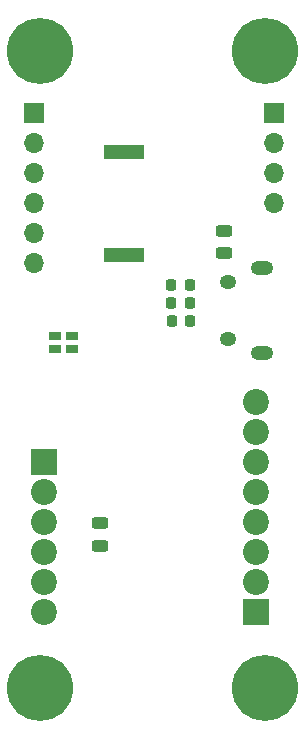
<source format=gbr>
%TF.GenerationSoftware,KiCad,Pcbnew,7.0.5*%
%TF.CreationDate,2023-12-10T00:27:40-08:00*%
%TF.ProjectId,Lyrav3,4c797261-7633-42e6-9b69-6361645f7063,rev?*%
%TF.SameCoordinates,Original*%
%TF.FileFunction,Soldermask,Top*%
%TF.FilePolarity,Negative*%
%FSLAX46Y46*%
G04 Gerber Fmt 4.6, Leading zero omitted, Abs format (unit mm)*
G04 Created by KiCad (PCBNEW 7.0.5) date 2023-12-10 00:27:40*
%MOMM*%
%LPD*%
G01*
G04 APERTURE LIST*
G04 Aperture macros list*
%AMRoundRect*
0 Rectangle with rounded corners*
0 $1 Rounding radius*
0 $2 $3 $4 $5 $6 $7 $8 $9 X,Y pos of 4 corners*
0 Add a 4 corners polygon primitive as box body*
4,1,4,$2,$3,$4,$5,$6,$7,$8,$9,$2,$3,0*
0 Add four circle primitives for the rounded corners*
1,1,$1+$1,$2,$3*
1,1,$1+$1,$4,$5*
1,1,$1+$1,$6,$7*
1,1,$1+$1,$8,$9*
0 Add four rect primitives between the rounded corners*
20,1,$1+$1,$2,$3,$4,$5,0*
20,1,$1+$1,$4,$5,$6,$7,0*
20,1,$1+$1,$6,$7,$8,$9,0*
20,1,$1+$1,$8,$9,$2,$3,0*%
G04 Aperture macros list end*
%ADD10R,1.000000X0.800000*%
%ADD11R,3.400000X1.300000*%
%ADD12RoundRect,0.225000X-0.225000X-0.250000X0.225000X-0.250000X0.225000X0.250000X-0.225000X0.250000X0*%
%ADD13RoundRect,0.243750X-0.456250X0.243750X-0.456250X-0.243750X0.456250X-0.243750X0.456250X0.243750X0*%
%ADD14C,5.600000*%
%ADD15R,1.700000X1.700000*%
%ADD16O,1.700000X1.700000*%
%ADD17R,2.200000X2.200000*%
%ADD18C,2.200000*%
%ADD19O,1.900000X1.200000*%
%ADD20O,1.400000X1.200000*%
G04 APERTURE END LIST*
D10*
%TO.C,D4*%
X187819600Y-86165600D03*
X187819600Y-87265600D03*
X189319600Y-87265600D03*
X189319600Y-86165600D03*
%TD*%
D11*
%TO.C,LS1*%
X193649600Y-79298801D03*
X193649600Y-70598801D03*
%TD*%
D12*
%TO.C,C20*%
X199263000Y-84912200D03*
X197713000Y-84912200D03*
%TD*%
%TO.C,C19*%
X199250600Y-81915000D03*
X197700600Y-81915000D03*
%TD*%
%TO.C,C18*%
X197700600Y-83439000D03*
X199250600Y-83439000D03*
%TD*%
D13*
%TO.C,D2*%
X202184000Y-77294500D03*
X202184000Y-79169500D03*
%TD*%
D14*
%TO.C,H3*%
X186600000Y-116025000D03*
%TD*%
D15*
%TO.C,J8*%
X206375000Y-67320000D03*
D16*
X206375000Y-69860000D03*
X206375000Y-72400000D03*
X206375000Y-74940000D03*
%TD*%
D17*
%TO.C,J1*%
X204851000Y-109601000D03*
D18*
X204851000Y-107061000D03*
X204851000Y-104521000D03*
X204851000Y-101981000D03*
X204851000Y-99441000D03*
X204851000Y-96901000D03*
X204851000Y-94361000D03*
X204851000Y-91821000D03*
%TD*%
D19*
%TO.C,J7*%
X205377100Y-87623200D03*
X205377100Y-80423200D03*
D20*
X202477100Y-81603200D03*
X202477100Y-86443200D03*
%TD*%
D14*
%TO.C,H1*%
X186600000Y-62025000D03*
%TD*%
D13*
%TO.C,F1*%
X191643000Y-103934500D03*
X191643000Y-102059500D03*
%TD*%
D14*
%TO.C,H2*%
X205600000Y-62025000D03*
%TD*%
%TO.C,H4*%
X205600000Y-116025000D03*
%TD*%
D17*
%TO.C,J2*%
X186944000Y-96901000D03*
D18*
X186944000Y-99441000D03*
X186944000Y-101981000D03*
X186944000Y-104521000D03*
X186944000Y-107061000D03*
X186944000Y-109601000D03*
%TD*%
D15*
%TO.C,J6*%
X186055000Y-67310000D03*
D16*
X186055000Y-69850000D03*
X186055000Y-72390000D03*
X186055000Y-74930000D03*
X186055000Y-77470000D03*
X186055000Y-80010000D03*
%TD*%
M02*

</source>
